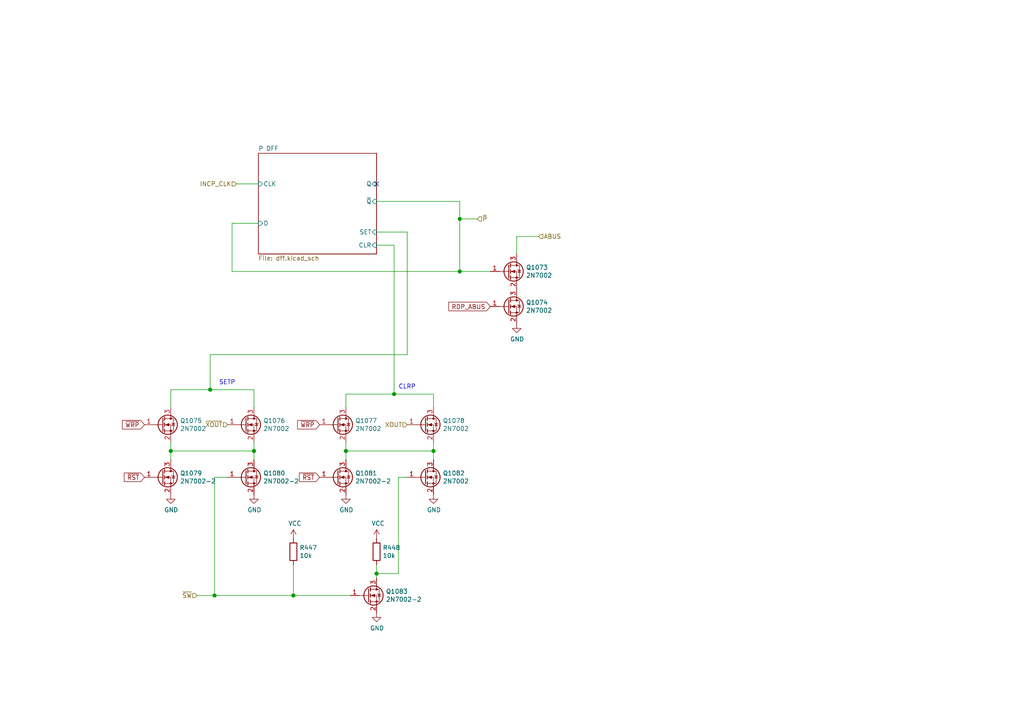
<source format=kicad_sch>
(kicad_sch (version 20210126) (generator eeschema)
  (paper "A4")
  (title_block (title "Q2 P Register Bit") (date "2021-01-30") (rev "1") (company "joewing.net"))
  (lib_symbols
    (symbol "Device:R" (pin_numbers hide) (pin_names (offset 0))
      (property "Reference" "R" (at 2.032 0 90))
      (property "Value" "R" (at 0 0 90))
      (symbol "R_0_1"
        (rectangle (start -1.016 -2.54) (end 1.016 2.54) (stroke (width 0.254)))
      )
      (symbol "R_1_1"
        (pin passive line (at 0 3.81 270) (length 1.27) (name "~") (number "1"))
        (pin passive line (at 0 -3.81 90) (length 1.27) (name "~") (number "2"))
      )
    )
    (symbol "Transistor_FET:2N7002" (pin_names hide)
      (property "Reference" "Q" (at 5.08 1.905 0))
      (property "Value" "2N7002" (at 5.08 0 0))
      (symbol "2N7002_0_1"
        (circle (center 1.651 0) (radius 2.794) (stroke (width 0.254)))
        (circle (center 2.54 -1.778) (radius 0.254) (fill (type outline)))
        (circle (center 2.54 1.778) (radius 0.254) (fill (type outline)))
        (polyline (pts (xy 0.254 0) (xy -2.54 0)))
        (polyline (pts (xy 0.254 1.905) (xy 0.254 -1.905)) (stroke (width 0.254)))
        (polyline (pts (xy 0.762 -1.27) (xy 0.762 -2.286)) (stroke (width 0.254)))
        (polyline (pts (xy 0.762 0.508) (xy 0.762 -0.508)) (stroke (width 0.254)))
        (polyline (pts (xy 0.762 2.286) (xy 0.762 1.27)) (stroke (width 0.254)))
        (polyline (pts (xy 2.54 2.54) (xy 2.54 1.778)))
        (polyline (pts (xy 2.54 -2.54) (xy 2.54 0) (xy 0.762 0)))
        (polyline (pts (xy 0.762 -1.778) (xy 3.302 -1.778) (xy 3.302 1.778) (xy 0.762 1.778)))
        (polyline (pts (xy 1.016 0) (xy 2.032 0.381) (xy 2.032 -0.381) (xy 1.016 0)) (fill (type outline)))
        (polyline (pts (xy 2.794 0.508) (xy 2.921 0.381) (xy 3.683 0.381) (xy 3.81 0.254)))
        (polyline (pts (xy 3.302 0.381) (xy 2.921 -0.254) (xy 3.683 -0.254) (xy 3.302 0.381)))
      )
      (symbol "2N7002_1_1"
        (pin input line (at -5.08 0 0) (length 2.54) (name "G") (number "1"))
        (pin passive line (at 2.54 -5.08 90) (length 2.54) (name "S") (number "2"))
        (pin passive line (at 2.54 5.08 270) (length 2.54) (name "D") (number "3"))
      )
    )
    (symbol "power:GND" (power) (pin_names (offset 0))
      (property "Value" "GND" (at 0 -3.81 0))
      (symbol "GND_0_1"
        (polyline (pts (xy 0 0) (xy 0 -1.27) (xy 1.27 -1.27) (xy 0 -2.54) (xy -1.27 -1.27) (xy 0 -1.27)))
      )
      (symbol "GND_1_1"
        (pin power_in line (at 0 0 270) (length 0) hide (name "GND") (number "1"))
      )
    )
    (symbol "power:VCC" (power) (pin_names (offset 0))
      (property "Value" "VCC" (at 0 3.81 0))
      (symbol "VCC_0_1"
        (polyline (pts (xy -0.762 1.27) (xy 0 2.54)))
        (polyline (pts (xy 0 0) (xy 0 2.54)))
        (polyline (pts (xy 0 2.54) (xy 0.762 1.27)))
      )
      (symbol "VCC_1_1"
        (pin power_in line (at 0 0 90) (length 0) hide (name "VCC") (number "1"))
      )
    )
  )
  (junction (at 49.53 130.81) (diameter 1.016))
  (junction (at 60.96 113.03) (diameter 1.016))
  (junction (at 62.23 172.72) (diameter 1.016))
  (junction (at 73.66 130.81) (diameter 1.016))
  (junction (at 85.09 172.72) (diameter 1.016))
  (junction (at 100.33 130.81) (diameter 1.016))
  (junction (at 109.22 166.37) (diameter 1.016))
  (junction (at 114.3 114.3) (diameter 1.016))
  (junction (at 125.73 130.81) (diameter 1.016))
  (junction (at 133.35 63.5) (diameter 1.016))
  (junction (at 133.35 78.74) (diameter 1.016))
  (no_connect (at 109.22 53.34))
  (wire (pts (xy 49.53 113.03) (xy 60.96 113.03)))
  (wire (pts (xy 49.53 118.11) (xy 49.53 113.03)))
  (wire (pts (xy 49.53 128.27) (xy 49.53 130.81)))
  (wire (pts (xy 49.53 130.81) (xy 49.53 133.35)))
  (wire (pts (xy 57.15 172.72) (xy 62.23 172.72)))
  (wire (pts (xy 60.96 102.87) (xy 60.96 113.03)))
  (wire (pts (xy 60.96 113.03) (xy 73.66 113.03)))
  (wire (pts (xy 62.23 138.43) (xy 66.04 138.43)))
  (wire (pts (xy 62.23 172.72) (xy 62.23 138.43)))
  (wire (pts (xy 62.23 172.72) (xy 85.09 172.72)))
  (wire (pts (xy 67.31 64.77) (xy 67.31 78.74)))
  (wire (pts (xy 67.31 64.77) (xy 74.93 64.77)))
  (wire (pts (xy 67.31 78.74) (xy 133.35 78.74)))
  (wire (pts (xy 68.58 53.34) (xy 74.93 53.34)))
  (wire (pts (xy 73.66 113.03) (xy 73.66 118.11)))
  (wire (pts (xy 73.66 128.27) (xy 73.66 130.81)))
  (wire (pts (xy 73.66 130.81) (xy 49.53 130.81)))
  (wire (pts (xy 73.66 130.81) (xy 73.66 133.35)))
  (wire (pts (xy 85.09 163.83) (xy 85.09 172.72)))
  (wire (pts (xy 85.09 172.72) (xy 101.6 172.72)))
  (wire (pts (xy 100.33 114.3) (xy 100.33 118.11)))
  (wire (pts (xy 100.33 114.3) (xy 114.3 114.3)))
  (wire (pts (xy 100.33 128.27) (xy 100.33 130.81)))
  (wire (pts (xy 100.33 130.81) (xy 100.33 133.35)))
  (wire (pts (xy 100.33 130.81) (xy 125.73 130.81)))
  (wire (pts (xy 109.22 58.42) (xy 133.35 58.42)))
  (wire (pts (xy 109.22 67.31) (xy 118.11 67.31)))
  (wire (pts (xy 109.22 71.12) (xy 114.3 71.12)))
  (wire (pts (xy 109.22 163.83) (xy 109.22 166.37)))
  (wire (pts (xy 109.22 166.37) (xy 109.22 167.64)))
  (wire (pts (xy 109.22 166.37) (xy 115.57 166.37)))
  (wire (pts (xy 114.3 71.12) (xy 114.3 114.3)))
  (wire (pts (xy 114.3 114.3) (xy 125.73 114.3)))
  (wire (pts (xy 115.57 138.43) (xy 115.57 166.37)))
  (wire (pts (xy 118.11 67.31) (xy 118.11 102.87)))
  (wire (pts (xy 118.11 102.87) (xy 60.96 102.87)))
  (wire (pts (xy 118.11 138.43) (xy 115.57 138.43)))
  (wire (pts (xy 125.73 114.3) (xy 125.73 118.11)))
  (wire (pts (xy 125.73 128.27) (xy 125.73 130.81)))
  (wire (pts (xy 125.73 130.81) (xy 125.73 133.35)))
  (wire (pts (xy 133.35 58.42) (xy 133.35 63.5)))
  (wire (pts (xy 133.35 63.5) (xy 133.35 78.74)))
  (wire (pts (xy 133.35 78.74) (xy 142.24 78.74)))
  (wire (pts (xy 138.43 63.5) (xy 133.35 63.5)))
  (wire (pts (xy 149.86 68.58) (xy 156.21 68.58)))
  (wire (pts (xy 149.86 73.66) (xy 149.86 68.58)))
  (text "SETP" (at 63.5 111.76 0) (effects (font (size 1.27 1.27)) (justify left bottom)))
  (text "CLRP" (at 115.57 113.03 0) (effects (font (size 1.27 1.27)) (justify left bottom)))
  (global_label "~WRP" (shape input) (at 41.91 123.19 180) (property "Intersheet References" "${INTERSHEET_REFS}" (effects hide)))
  (global_label "~RST" (shape input) (at 41.91 138.43 180) (property "Intersheet References" "${INTERSHEET_REFS}" (effects hide)))
  (global_label "~WRP" (shape input) (at 92.71 123.19 180) (property "Intersheet References" "${INTERSHEET_REFS}" (effects hide)))
  (global_label "~RST" (shape input) (at 92.71 138.43 180) (property "Intersheet References" "${INTERSHEET_REFS}" (effects hide)))
  (global_label "RDP_ABUS" (shape input) (at 142.24 88.9 180) (property "Intersheet References" "${INTERSHEET_REFS}" (effects hide)))
  (hierarchical_label "~SW" (shape input) (at 57.15 172.72 180))
  (hierarchical_label "~XOUT" (shape input) (at 66.04 123.19 180))
  (hierarchical_label "INCP_CLK" (shape input) (at 68.58 53.34 180))
  (hierarchical_label "XOUT" (shape input) (at 118.11 123.19 180))
  (hierarchical_label "~P" (shape input) (at 138.43 63.5 0))
  (hierarchical_label "ABUS" (shape input) (at 156.21 68.58 0))
  (symbol (lib_id "power:VCC") (at 85.09 156.21 0)
    (property "Reference" "#PWR0888" (effects hide))
    (property "Value" "VCC" (at 85.5218 151.8158 0))
  )
  (symbol (lib_id "power:VCC") (at 109.22 156.21 0)
    (property "Reference" "#PWR0886" (effects hide))
    (property "Value" "VCC" (at 109.6518 151.8158 0))
  )
  (symbol (lib_id "power:GND") (at 49.53 143.51 0)
    (property "Reference" "#PWR0882" (effects hide))
    (property "Value" "GND" (at 49.657 147.9042 0))
  )
  (symbol (lib_id "power:GND") (at 73.66 143.51 0)
    (property "Reference" "#PWR0884" (effects hide))
    (property "Value" "GND" (at 73.787 147.9042 0))
  )
  (symbol (lib_id "power:GND") (at 100.33 143.51 0)
    (property "Reference" "#PWR0883" (effects hide))
    (property "Value" "GND" (at 100.457 147.9042 0))
  )
  (symbol (lib_id "power:GND") (at 109.22 177.8 0)
    (property "Reference" "#PWR0887" (effects hide))
    (property "Value" "GND" (at 109.347 182.1942 0))
  )
  (symbol (lib_id "power:GND") (at 125.73 143.51 0)
    (property "Reference" "#PWR0885" (effects hide))
    (property "Value" "GND" (at 125.857 147.9042 0))
  )
  (symbol (lib_id "power:GND") (at 149.86 93.98 0)
    (property "Reference" "#PWR0881" (effects hide))
    (property "Value" "GND" (at 149.987 98.3742 0))
  )
  (symbol (lib_id "Device:R") (at 85.09 160.02 0)
    (property "Reference" "R447" (at 86.868 158.8516 0) (effects (justify left)))
    (property "Value" "10k" (at 86.868 161.163 0) (effects (justify left)))
    (property "Footprint" "Resistor_SMD:R_0805_2012Metric" (effects hide))
    (property "LCSC" "C17414" (effects hide))
  )
  (symbol (lib_id "Device:R") (at 109.22 160.02 0)
    (property "Reference" "R448" (at 110.998 158.8516 0) (effects (justify left)))
    (property "Value" "10k" (at 110.998 161.163 0) (effects (justify left)))
    (property "Footprint" "Resistor_SMD:R_0805_2012Metric" (effects hide))
    (property "LCSC" "C17414" (effects hide))
  )
  (symbol (lib_id "Transistor_FET:2N7002") (at 46.99 123.19 0)
    (property "Reference" "Q1075" (at 52.2224 122.0216 0) (effects (justify left)))
    (property "Value" "2N7002" (at 52.2224 124.333 0) (effects (justify left)))
    (property "Footprint" "Package_TO_SOT_SMD:SOT-23" (effects hide))
    (property "Datasheet" "https://www.fairchildsemi.com/datasheets/2N/2N7002.pdf" (effects hide))
    (property "LCSC" "C8545" (effects hide))
  )
  (symbol (lib_id "Transistor_FET:2N7002") (at 46.99 138.43 0)
    (property "Reference" "Q1079" (at 52.2224 137.2616 0) (effects (justify left)))
    (property "Value" "2N7002-2" (at 52.222 139.573 0) (effects (justify left)))
    (property "Footprint" "Package_TO_SOT_SMD:SOT-23" (effects hide))
    (property "Datasheet" "https://www.fairchildsemi.com/datasheets/2N/2N7002.pdf" (effects hide))
    (property "LCSC" "C8545" (effects hide))
  )
  (symbol (lib_id "Transistor_FET:2N7002") (at 71.12 123.19 0)
    (property "Reference" "Q1076" (at 76.3524 122.0216 0) (effects (justify left)))
    (property "Value" "2N7002" (at 76.3524 124.333 0) (effects (justify left)))
    (property "Footprint" "Package_TO_SOT_SMD:SOT-23" (effects hide))
    (property "Datasheet" "https://www.fairchildsemi.com/datasheets/2N/2N7002.pdf" (effects hide))
    (property "LCSC" "C8545" (effects hide))
  )
  (symbol (lib_id "Transistor_FET:2N7002") (at 71.12 138.43 0)
    (property "Reference" "Q1080" (at 76.3524 137.2616 0) (effects (justify left)))
    (property "Value" "2N7002-2" (at 76.352 139.573 0) (effects (justify left)))
    (property "Footprint" "Package_TO_SOT_SMD:SOT-23" (effects hide))
    (property "Datasheet" "https://www.fairchildsemi.com/datasheets/2N/2N7002.pdf" (effects hide))
    (property "LCSC" "C8545" (effects hide))
  )
  (symbol (lib_id "Transistor_FET:2N7002") (at 97.79 123.19 0)
    (property "Reference" "Q1077" (at 103.0224 122.0216 0) (effects (justify left)))
    (property "Value" "2N7002" (at 103.0224 124.333 0) (effects (justify left)))
    (property "Footprint" "Package_TO_SOT_SMD:SOT-23" (effects hide))
    (property "Datasheet" "https://www.fairchildsemi.com/datasheets/2N/2N7002.pdf" (effects hide))
    (property "LCSC" "C8545" (effects hide))
  )
  (symbol (lib_id "Transistor_FET:2N7002") (at 97.79 138.43 0)
    (property "Reference" "Q1081" (at 103.0224 137.2616 0) (effects (justify left)))
    (property "Value" "2N7002-2" (at 103.022 139.573 0) (effects (justify left)))
    (property "Footprint" "Package_TO_SOT_SMD:SOT-23" (effects hide))
    (property "Datasheet" "https://www.fairchildsemi.com/datasheets/2N/2N7002.pdf" (effects hide))
    (property "LCSC" "C8545" (effects hide))
  )
  (symbol (lib_id "Transistor_FET:2N7002") (at 106.68 172.72 0)
    (property "Reference" "Q1083" (at 111.9124 171.5516 0) (effects (justify left)))
    (property "Value" "2N7002-2" (at 111.912 173.863 0) (effects (justify left)))
    (property "Footprint" "Package_TO_SOT_SMD:SOT-23" (effects hide))
    (property "Datasheet" "https://www.fairchildsemi.com/datasheets/2N/2N7002.pdf" (effects hide))
    (property "LCSC" "C8545" (effects hide))
  )
  (symbol (lib_id "Transistor_FET:2N7002") (at 123.19 123.19 0)
    (property "Reference" "Q1078" (at 128.4224 122.0216 0) (effects (justify left)))
    (property "Value" "2N7002" (at 128.4224 124.333 0) (effects (justify left)))
    (property "Footprint" "Package_TO_SOT_SMD:SOT-23" (effects hide))
    (property "Datasheet" "https://www.fairchildsemi.com/datasheets/2N/2N7002.pdf" (effects hide))
    (property "LCSC" "C8545" (effects hide))
  )
  (symbol (lib_id "Transistor_FET:2N7002") (at 123.19 138.43 0)
    (property "Reference" "Q1082" (at 128.4224 137.2616 0) (effects (justify left)))
    (property "Value" "2N7002" (at 128.4224 139.573 0) (effects (justify left)))
    (property "Footprint" "Package_TO_SOT_SMD:SOT-23" (effects hide))
    (property "Datasheet" "https://www.fairchildsemi.com/datasheets/2N/2N7002.pdf" (effects hide))
    (property "LCSC" "C8545" (effects hide))
  )
  (symbol (lib_id "Transistor_FET:2N7002") (at 147.32 78.74 0)
    (property "Reference" "Q1073" (at 152.5524 77.5716 0) (effects (justify left)))
    (property "Value" "2N7002" (at 152.5524 79.883 0) (effects (justify left)))
    (property "Footprint" "Package_TO_SOT_SMD:SOT-23" (effects hide))
    (property "Datasheet" "https://www.fairchildsemi.com/datasheets/2N/2N7002.pdf" (effects hide))
    (property "LCSC" "C8545" (effects hide))
  )
  (symbol (lib_id "Transistor_FET:2N7002") (at 147.32 88.9 0)
    (property "Reference" "Q1074" (at 152.5524 87.7316 0) (effects (justify left)))
    (property "Value" "2N7002" (at 152.5524 90.043 0) (effects (justify left)))
    (property "Footprint" "Package_TO_SOT_SMD:SOT-23" (effects hide))
    (property "Datasheet" "https://www.fairchildsemi.com/datasheets/2N/2N7002.pdf" (effects hide))
    (property "LCSC" "C8545" (effects hide))
  )
  (sheet (at 74.93 44.45) (size 34.29 29.21)
    (property "Sheet name" "P DFF" (at 74.93 43.8145 0) (effects (justify left bottom)))
    (property "Sheet file" "dff.kicad_sch" (at 74.93 74.1685 0) (effects (justify left top)))
    (pin "Q" input (at 109.22 53.34 0))
    (pin "~Q" input (at 109.22 58.42 0))
    (pin "CLK" input (at 74.93 53.34 180))
    (pin "D" input (at 74.93 64.77 180))
    (pin "SET" input (at 109.22 67.31 0))
    (pin "CLR" input (at 109.22 71.12 0))
  )
)
</source>
